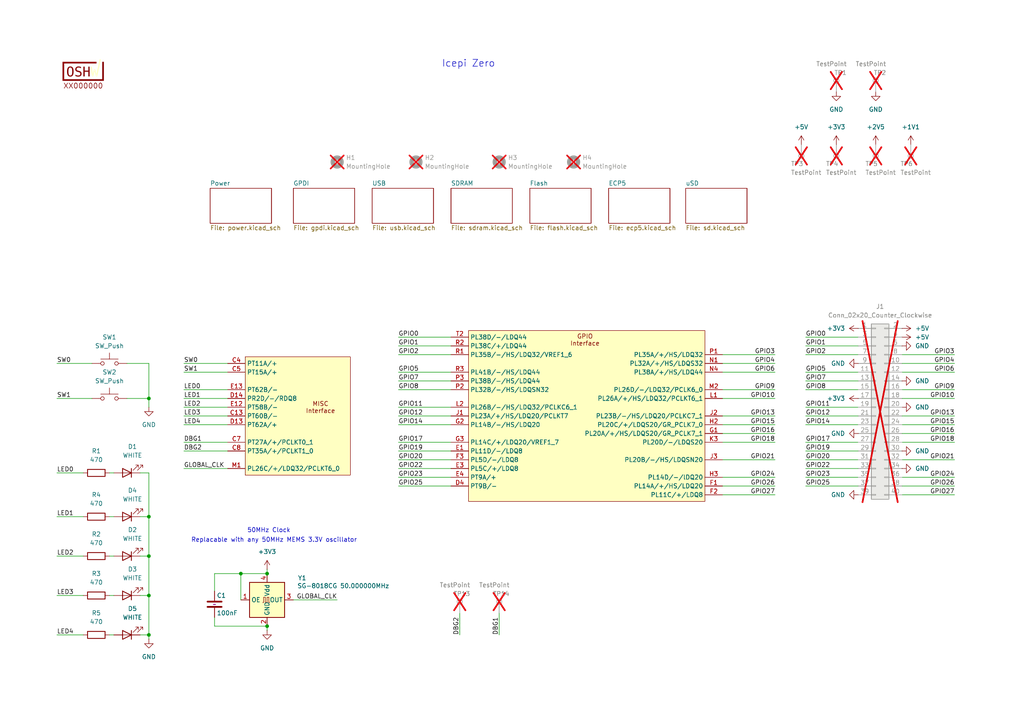
<source format=kicad_sch>
(kicad_sch (version 20250114) (generator "eeschema") (generator_version "9.0")
  (paper "A4")
  (title_block (title "Icepi zero") (date "2025-06-15") (rev "v1.2") (company "Chengyin Yao (cheyao)") (comment 1 "https://github.com/cheyao/icepi-zero") (comment 9 "OSHWA FR000026"))
  (text "Icepi Zero" (at 135.89 18.542 0) (effects (font (size 2 2))))
  (text "Replacable with any 50MHz MEMS 3.3V oscillator" (at 79.502 156.718 0) (effects (font (size 1.27 1.27))))
  (text "50MHz Clock" (at 77.978 153.924 0) (effects (font (size 1.27 1.27))))
  (junction (at 77.47 181.61))
  (junction (at 43.18 149.86))
  (junction (at 77.47 166.37))
  (junction (at 43.18 161.29))
  (junction (at 43.18 184.15))
  (junction (at 69.85 166.37))
  (junction (at 43.18 172.72))
  (junction (at 43.18 115.57))
  (wire (pts (xy 209.55 107.95) (xy 224.79 107.95)))
  (wire (pts (xy 233.68 102.87) (xy 248.92 102.87)))
  (wire (pts (xy 261.62 123.19) (xy 276.86 123.19)))
  (wire (pts (xy 36.83 115.57) (xy 43.18 115.57)))
  (wire (pts (xy 115.57 97.79) (xy 130.81 97.79)))
  (wire (pts (xy 53.34 115.57) (xy 66.04 115.57)))
  (wire (pts (xy 209.55 115.57) (xy 224.79 115.57)))
  (wire (pts (xy 53.34 113.03) (xy 66.04 113.03)))
  (wire (pts (xy 209.55 140.97) (xy 224.79 140.97)))
  (wire (pts (xy 209.55 102.87) (xy 224.79 102.87)))
  (wire (pts (xy 233.68 100.33) (xy 248.92 100.33)))
  (wire (pts (xy 36.83 105.41) (xy 43.18 105.41)))
  (wire (pts (xy 233.68 107.95) (xy 248.92 107.95)))
  (wire (pts (xy 233.68 97.79) (xy 248.92 97.79)))
  (wire (pts (xy 115.57 135.89) (xy 130.81 135.89)))
  (wire (pts (xy 53.34 120.65) (xy 66.04 120.65)))
  (wire (pts (xy 53.34 135.89) (xy 66.04 135.89)))
  (wire (pts (xy 233.68 138.43) (xy 248.92 138.43)))
  (wire (pts (xy 115.57 123.19) (xy 130.81 123.19)))
  (wire (pts (xy 69.85 173.99) (xy 69.85 166.37)))
  (wire (pts (xy 16.51 137.16) (xy 24.13 137.16)))
  (wire (pts (xy 209.55 128.27) (xy 224.79 128.27)))
  (wire (pts (xy 233.68 123.19) (xy 248.92 123.19)))
  (wire (pts (xy 261.62 102.87) (xy 276.86 102.87)))
  (wire (pts (xy 261.62 113.03) (xy 276.86 113.03)))
  (wire (pts (xy 261.62 140.97) (xy 276.86 140.97)))
  (wire (pts (xy 233.68 110.49) (xy 248.92 110.49)))
  (wire (pts (xy 43.18 185.42) (xy 43.18 184.15)))
  (wire (pts (xy 16.51 184.15) (xy 24.13 184.15)))
  (wire (pts (xy 261.62 138.43) (xy 276.86 138.43)))
  (wire (pts (xy 144.78 177.8) (xy 144.78 184.15)))
  (wire (pts (xy 115.57 120.65) (xy 130.81 120.65)))
  (wire (pts (xy 69.85 166.37) (xy 77.47 166.37)))
  (wire (pts (xy 62.23 166.37) (xy 69.85 166.37)))
  (wire (pts (xy 53.34 118.11) (xy 66.04 118.11)))
  (wire (pts (xy 43.18 149.86) (xy 40.64 149.86)))
  (wire (pts (xy 43.18 105.41) (xy 43.18 115.57)))
  (wire (pts (xy 85.09 173.99) (xy 97.79 173.99)))
  (wire (pts (xy 31.75 172.72) (xy 33.02 172.72)))
  (wire (pts (xy 115.57 113.03) (xy 130.81 113.03)))
  (wire (pts (xy 43.18 137.16) (xy 43.18 149.86)))
  (wire (pts (xy 77.47 165.1) (xy 77.47 166.37)))
  (wire (pts (xy 115.57 128.27) (xy 130.81 128.27)))
  (wire (pts (xy 233.68 120.65) (xy 248.92 120.65)))
  (wire (pts (xy 209.55 143.51) (xy 224.79 143.51)))
  (wire (pts (xy 16.51 105.41) (xy 26.67 105.41)))
  (wire (pts (xy 233.68 118.11) (xy 248.92 118.11)))
  (wire (pts (xy 53.34 130.81) (xy 66.04 130.81)))
  (wire (pts (xy 115.57 102.87) (xy 130.81 102.87)))
  (wire (pts (xy 261.62 128.27) (xy 276.86 128.27)))
  (wire (pts (xy 43.18 137.16) (xy 40.64 137.16)))
  (wire (pts (xy 209.55 133.35) (xy 224.79 133.35)))
  (wire (pts (xy 233.68 135.89) (xy 248.92 135.89)))
  (wire (pts (xy 209.55 113.03) (xy 224.79 113.03)))
  (wire (pts (xy 16.51 172.72) (xy 24.13 172.72)))
  (wire (pts (xy 115.57 110.49) (xy 130.81 110.49)))
  (wire (pts (xy 115.57 107.95) (xy 130.81 107.95)))
  (wire (pts (xy 233.68 130.81) (xy 248.92 130.81)))
  (wire (pts (xy 209.55 120.65) (xy 224.79 120.65)))
  (wire (pts (xy 261.62 105.41) (xy 276.86 105.41)))
  (wire (pts (xy 115.57 130.81) (xy 130.81 130.81)))
  (wire (pts (xy 261.62 107.95) (xy 276.86 107.95)))
  (wire (pts (xy 233.68 113.03) (xy 248.92 113.03)))
  (wire (pts (xy 133.35 177.8) (xy 133.35 184.15)))
  (wire (pts (xy 53.34 123.19) (xy 66.04 123.19)))
  (wire (pts (xy 233.68 133.35) (xy 248.92 133.35)))
  (wire (pts (xy 43.18 172.72) (xy 40.64 172.72)))
  (wire (pts (xy 115.57 118.11) (xy 130.81 118.11)))
  (wire (pts (xy 209.55 125.73) (xy 224.79 125.73)))
  (wire (pts (xy 31.75 137.16) (xy 33.02 137.16)))
  (wire (pts (xy 261.62 143.51) (xy 276.86 143.51)))
  (wire (pts (xy 53.34 128.27) (xy 66.04 128.27)))
  (wire (pts (xy 43.18 172.72) (xy 43.18 184.15)))
  (wire (pts (xy 16.51 161.29) (xy 24.13 161.29)))
  (wire (pts (xy 115.57 138.43) (xy 130.81 138.43)))
  (wire (pts (xy 31.75 161.29) (xy 33.02 161.29)))
  (wire (pts (xy 43.18 161.29) (xy 43.18 172.72)))
  (wire (pts (xy 233.68 140.97) (xy 248.92 140.97)))
  (wire (pts (xy 77.47 181.61) (xy 77.47 182.88)))
  (wire (pts (xy 62.23 179.07) (xy 62.23 181.61)))
  (wire (pts (xy 209.55 138.43) (xy 224.79 138.43)))
  (wire (pts (xy 43.18 161.29) (xy 40.64 161.29)))
  (wire (pts (xy 43.18 184.15) (xy 40.64 184.15)))
  (wire (pts (xy 62.23 181.61) (xy 77.47 181.61)))
  (wire (pts (xy 53.34 107.95) (xy 66.04 107.95)))
  (wire (pts (xy 43.18 115.57) (xy 43.18 118.11)))
  (wire (pts (xy 209.55 105.41) (xy 224.79 105.41)))
  (wire (pts (xy 209.55 123.19) (xy 224.79 123.19)))
  (wire (pts (xy 233.68 128.27) (xy 248.92 128.27)))
  (wire (pts (xy 62.23 171.45) (xy 62.23 166.37)))
  (wire (pts (xy 261.62 125.73) (xy 276.86 125.73)))
  (wire (pts (xy 115.57 140.97) (xy 130.81 140.97)))
  (wire (pts (xy 115.57 133.35) (xy 130.81 133.35)))
  (wire (pts (xy 31.75 149.86) (xy 33.02 149.86)))
  (wire (pts (xy 16.51 149.86) (xy 24.13 149.86)))
  (wire (pts (xy 261.62 115.57) (xy 276.86 115.57)))
  (wire (pts (xy 261.62 133.35) (xy 276.86 133.35)))
  (wire (pts (xy 261.62 120.65) (xy 276.86 120.65)))
  (wire (pts (xy 115.57 100.33) (xy 130.81 100.33)))
  (wire (pts (xy 31.75 184.15) (xy 33.02 184.15)))
  (wire (pts (xy 16.51 115.57) (xy 26.67 115.57)))
  (wire (pts (xy 53.34 105.41) (xy 66.04 105.41)))
  (wire (pts (xy 43.18 149.86) (xy 43.18 161.29)))
  (label "GPIO16" (at 224.79 125.73 180))
  (label "GPIO12" (at 233.68 120.65 0))
  (label "GPIO15" (at 224.79 123.19 180))
  (label "GPIO3" (at 276.86 102.87 180))
  (label "GPIO27" (at 276.86 143.51 180))
  (label "GPIO14" (at 233.68 123.19 0))
  (label "GPIO3" (at 224.79 102.87 180))
  (label "GPIO11" (at 115.57 118.11 0))
  (label "GPIO16" (at 276.86 125.73 180))
  (label "GPIO10" (at 224.79 115.57 180))
  (label "GLOBAL_CLK" (at 97.79 173.99 180))
  (label "GPIO7" (at 233.68 110.49 0))
  (label "GPIO9" (at 224.79 113.03 180))
  (label "GPIO9" (at 276.86 113.03 180))
  (label "GPIO5" (at 115.57 107.95 0))
  (label "GPIO24" (at 276.86 138.43 180))
  (label "GPIO6" (at 276.86 107.95 180))
  (label "GPIO10" (at 276.86 115.57 180))
  (label "GPIO26" (at 224.79 140.97 180))
  (label "GPIO8" (at 233.68 113.03 0))
  (label "LED3" (at 16.51 172.72 0))
  (label "GPIO1" (at 115.57 100.33 0))
  (label "LED4" (at 53.34 123.19 0))
  (label "GPIO14" (at 115.57 123.19 0))
  (label "GPIO20" (at 115.57 133.35 0))
  (label "GPIO4" (at 276.86 105.41 180))
  (label "LED2" (at 16.51 161.29 0))
  (label "GPIO0" (at 233.68 97.79 0))
  (label "DBG2" (at 133.35 184.15 90))
  (label "GPIO18" (at 224.79 128.27 180))
  (label "GPIO2" (at 233.68 102.87 0))
  (label "GPIO17" (at 233.68 128.27 0))
  (label "LED2" (at 53.34 118.11 0))
  (label "GPIO1" (at 233.68 100.33 0))
  (label "SW0" (at 16.51 105.41 0))
  (label "GPIO19" (at 115.57 130.81 0))
  (label "GPIO15" (at 276.86 123.19 180))
  (label "GPIO13" (at 224.79 120.65 180))
  (label "GPIO23" (at 233.68 138.43 0))
  (label "GPIO27" (at 224.79 143.51 180))
  (label "GPIO24" (at 224.79 138.43 180))
  (label "GPIO4" (at 224.79 105.41 180))
  (label "GPIO5" (at 233.68 107.95 0))
  (label "GPIO18" (at 276.86 128.27 180))
  (label "GPIO17" (at 115.57 128.27 0))
  (label "GPIO25" (at 233.68 140.97 0))
  (label "GPIO19" (at 233.68 130.81 0))
  (label "GPIO23" (at 115.57 138.43 0))
  (label "GPIO12" (at 115.57 120.65 0))
  (label "GPIO21" (at 276.86 133.35 180))
  (label "LED4" (at 16.51 184.15 0))
  (label "GPIO25" (at 115.57 140.97 0))
  (label "SW0" (at 53.34 105.41 0))
  (label "SW1" (at 16.51 115.57 0))
  (label "GPIO11" (at 233.68 118.11 0))
  (label "SW1" (at 53.34 107.95 0))
  (label "LED0" (at 16.51 137.16 0))
  (label "GLOBAL_CLK" (at 53.34 135.89 0))
  (label "GPIO20" (at 233.68 133.35 0))
  (label "GPIO21" (at 224.79 133.35 180))
  (label "DBG1" (at 53.34 128.27 0))
  (label "GPIO22" (at 115.57 135.89 0))
  (label "GPIO22" (at 233.68 135.89 0))
  (label "DBG2" (at 53.34 130.81 0))
  (label "LED1" (at 16.51 149.86 0))
  (label "LED3" (at 53.34 120.65 0))
  (label "GPIO8" (at 115.57 113.03 0))
  (label "GPIO6" (at 224.79 107.95 180))
  (label "DBG1" (at 144.78 184.15 90))
  (label "LED1" (at 53.34 115.57 0))
  (label "GPIO0" (at 115.57 97.79 0))
  (label "GPIO2" (at 115.57 102.87 0))
  (label "LED0" (at 53.34 113.03 0))
  (label "GPIO7" (at 115.57 110.49 0))
  (label "GPIO26" (at 276.86 140.97 180))
  (label "GPIO13" (at 276.86 120.65 180))
  (symbol (lib_id "Device:LED") (at 36.83 137.16 180) (unit 1)
    (property "Reference" "D1" (at 38.4175 129.54 0))
    (property "Value" "WHITE" (at 38.4175 132.08 0))
    (property "Footprint" "LED_SMD:LED_0603_1608Metric" (effects (hide yes)))
    (property "Description" "Light emitting diode" (effects (hide yes)))
    (property "Sim.Pins" "1=K 2=A" (effects (hide yes)))
    (property "LCSC Part #" "C2290" (effects (hide yes)))
  )
  (symbol (lib_id "Device:R") (at 27.94 161.29 90) (unit 1)
    (property "Reference" "R2" (at 27.94 154.94 90))
    (property "Value" "470" (at 27.94 157.48 90))
    (property "Footprint" "Resistor_SMD:R_0402_1005Metric" (effects (hide yes)))
    (property "Description" "Resistor" (effects (hide yes)))
    (property "LCSC Part #" "C25117" (effects (hide yes)))
  )
  (symbol (lib_id "power:GND") (at 248.92 105.41 270) (unit 1)
    (property "Reference" "#PWR015" (effects (hide yes)))
    (property "Value" "GND" (at 245.11 105.4099 90) (effects (justify right)))
    (property "Description" "Power symbol creates a global label with name \"GND\" , ground" (effects (hide yes)))
  )
  (symbol (lib_id "Device:R") (at 27.94 184.15 90) (unit 1)
    (property "Reference" "R5" (at 27.94 177.8 90))
    (property "Value" "470" (at 27.94 180.34 90))
    (property "Footprint" "Resistor_SMD:R_0402_1005Metric" (effects (hide yes)))
    (property "Description" "Resistor" (effects (hide yes)))
    (property "LCSC Part #" "C25117" (effects (hide yes)))
  )
  (symbol (lib_id "power:GND") (at 248.92 143.51 270) (unit 1)
    (property "Reference" "#PWR022" (effects (hide yes)))
    (property "Value" "GND" (at 245.11 143.5099 90) (effects (justify right)))
    (property "Description" "Power symbol creates a global label with name \"GND\" , ground" (effects (hide yes)))
  )
  (symbol (lib_id "Device:R") (at 27.94 137.16 90) (unit 1)
    (property "Reference" "R1" (at 27.94 130.81 90))
    (property "Value" "470" (at 27.94 133.35 90))
    (property "Footprint" "Resistor_SMD:R_0402_1005Metric" (effects (hide yes)))
    (property "Description" "Resistor" (effects (hide yes)))
    (property "LCSC Part #" "C25117" (effects (hide yes)))
  )
  (symbol (lib_id "power:GND") (at 43.18 185.42 0) (unit 1)
    (property "Reference" "#PWR023" (effects (hide yes)))
    (property "Value" "GND" (at 43.18 190.5 0))
    (property "Description" "Power symbol creates a global label with name \"GND\" , ground" (effects (hide yes)))
  )
  (symbol (lib_id "Device:LED") (at 36.83 161.29 180) (unit 1)
    (property "Reference" "D2" (at 38.4175 153.67 0))
    (property "Value" "WHITE" (at 38.4175 156.21 0))
    (property "Footprint" "LED_SMD:LED_0603_1608Metric" (effects (hide yes)))
    (property "Description" "Light emitting diode" (effects (hide yes)))
    (property "Sim.Pins" "1=K 2=A" (effects (hide yes)))
    (property "LCSC Part #" "C2290" (effects (hide yes)))
  )
  (symbol (lib_id "Connector:TestPoint") (at 144.78 177.8 0) (unit 1) (dnp yes)
    (property "Reference" "TP14" (at 147.828 172.212 0) (effects (justify right)))
    (property "Value" "TestPoint" (at 147.828 169.672 0) (effects (justify right)))
    (property "Footprint" "TestPoint:TestPoint_Pad_D1.0mm" (effects (hide yes)))
    (property "Description" "test point" (effects (hide yes)))
  )
  (symbol (lib_id "Mechanical:MountingHole") (at 120.65 46.99 0) (unit 1) (in_bom no) (dnp yes)
    (property "Reference" "H2" (at 123.19 45.7199 0) (effects (justify left)))
    (property "Value" "MountingHole" (at 123.19 48.2599 0) (effects (justify left)))
    (property "Footprint" "MountingHole:MountingHole_2.7mm_M2.5" (effects (hide yes)))
    (property "Description" "Mounting Hole without connection" (effects (hide yes)))
  )
  (symbol (lib_id "power:GND") (at 261.62 118.11 90) (unit 1)
    (property "Reference" "#PWR018" (effects (hide yes)))
    (property "Value" "GND" (at 265.43 118.1099 90) (effects (justify right)))
    (property "Description" "Power symbol creates a global label with name \"GND\" , ground" (effects (hide yes)))
  )
  (symbol (lib_id "power:GND") (at 248.92 125.73 270) (unit 1)
    (property "Reference" "#PWR019" (effects (hide yes)))
    (property "Value" "GND" (at 245.11 125.7299 90) (effects (justify right)))
    (property "Description" "Power symbol creates a global label with name \"GND\" , ground" (effects (hide yes)))
  )
  (symbol (lib_id "Oscillator:SiT8008xx-1x-xxE") (at 77.47 173.99 0) (unit 1)
    (property "Reference" "Y1" (at 87.63 167.64 0))
    (property "Value" "SG-8018CG 50.000000MHz" (at 99.568 169.926 0))
    (property "Footprint" "Oscillator:Oscillator_SMD_SiT_PQFN-4Pin_2.5x2.0mm" (effects (hide yes)))
    (property "Datasheet" "https://www.sitime.com/support/resource-library/datasheets/sit8008-datasheet" (effects (hide yes)))
    (property "Description" "SiTime Low Power Mems programmable oscillator, 1MHz to 110MHz, PQFN-4, 2.5x2.0mm (with output enable pin)" (effects (hide yes)))
    (property "LCSC Part #" "C390526" (effects (hide yes)))
  )
  (symbol (lib_id "Connector_Generic:Conn_02x20_Odd_Even") (at 254 118.11 0) (unit 1) (in_bom no) (dnp yes)
    (property "Reference" "J1" (at 255.27 88.9 0))
    (property "Value" "Conn_02x20_Counter_Clockwise" (at 255.27 91.44 0))
    (property "Footprint" "Connector_PinHeader_2.54mm:PinHeader_2x20_P2.54mm_Vertical" (effects (hide yes)))
    (property "Description" "Generic connector, double row, 02x20, odd/even pin numbering scheme (row 1 odd numbers, row 2 even numbers), script generated (kicad-library-utils/schlib/autogen/connector/)" (effects (hide yes)))
  )
  (symbol (lib_id "Connector:TestPoint") (at 133.35 177.8 0) (unit 1) (dnp yes)
    (property "Reference" "TP13" (at 136.398 172.212 0) (effects (justify right)))
    (property "Value" "TestPoint" (at 136.398 169.672 0) (effects (justify right)))
    (property "Footprint" "TestPoint:TestPoint_Pad_D1.0mm" (effects (hide yes)))
    (property "Description" "test point" (effects (hide yes)))
  )
  (symbol (lib_id "Mechanical:MountingHole") (at 166.37 46.99 0) (unit 1) (in_bom no) (dnp yes)
    (property "Reference" "H4" (at 168.91 45.7199 0) (effects (justify left)))
    (property "Value" "MountingHole" (at 168.91 48.2599 0) (effects (justify left)))
    (property "Footprint" "MountingHole:MountingHole_2.7mm_M2.5" (effects (hide yes)))
    (property "Description" "Mounting Hole without connection" (effects (hide yes)))
  )
  (symbol (lib_id "power:+5V") (at 261.62 97.79 270) (unit 1)
    (property "Reference" "#PWR013" (effects (hide yes)))
    (property "Value" "+5V" (at 265.43 97.7899 90) (effects (justify left)))
    (property "Description" "Power symbol creates a global label with name \"+5V\"" (effects (hide yes)))
  )
  (symbol (lib_id "power:+2V5") (at 254 41.91 0) (unit 1)
    (property "Reference" "#PWR07" (effects (hide yes)))
    (property "Value" "+2V5" (at 254 36.83 0))
    (property "Description" "Power symbol creates a global label with name \"+2V5\"" (effects (hide yes)))
  )
  (symbol (lib_id "Device:R") (at 27.94 149.86 90) (unit 1)
    (property "Reference" "R4" (at 27.94 143.51 90))
    (property "Value" "470" (at 27.94 146.05 90))
    (property "Footprint" "Resistor_SMD:R_0402_1005Metric" (effects (hide yes)))
    (property "Description" "Resistor" (effects (hide yes)))
    (property "LCSC Part #" "C25117" (effects (hide yes)))
  )
  (symbol (lib_id "Connector:TestPoint") (at 232.41 41.91 180) (unit 1) (dnp yes)
    (property "Reference" "TP3" (at 229.362 47.498 0) (effects (justify right)))
    (property "Value" "TestPoint" (at 229.362 50.038 0) (effects (justify right)))
    (property "Footprint" "TestPoint:TestPoint_Pad_D2.0mm" (effects (hide yes)))
    (property "Description" "test point" (effects (hide yes)))
  )
  (symbol (lib_id "Device:R") (at 27.94 172.72 90) (unit 1)
    (property "Reference" "R3" (at 27.94 166.37 90))
    (property "Value" "470" (at 27.94 168.91 90))
    (property "Footprint" "Resistor_SMD:R_0402_1005Metric" (effects (hide yes)))
    (property "Description" "Resistor" (effects (hide yes)))
    (property "LCSC Part #" "C25117" (effects (hide yes)))
  )
  (symbol (lib_id "power:+3V3") (at 248.92 95.25 90) (unit 1)
    (property "Reference" "#PWR011" (effects (hide yes)))
    (property "Value" "+3V3" (at 245.11 95.2499 90) (effects (justify left)))
    (property "Description" "Power symbol creates a global label with name \"+3V3\"" (effects (hide yes)))
  )
  (symbol (lib_id "icepi-lib:LFE5U-25F-6BG256x") (at 170.18 119.38 0) (unit 8)
    (property "Reference" "U1" (effects (hide yes)))
    (property "Value" "ECP5-CABGA256" (at 178.6733 223.52 0) (effects (justify left)))
    (property "Footprint" "Package_BGA:BGA-256_14.0x14.0mm_Layout16x16_P0.8mm_Ball0.45mm_Pad0.32mm_NSMD" (effects (hide yes)))
    (property "Description" "ECP5 FPGA, 24K LUTs, 1.2V, BGA-256" (effects (hide yes)))
  )
  (symbol (lib_id "power:GND") (at 261.62 135.89 90) (unit 1)
    (property "Reference" "#PWR021" (effects (hide yes)))
    (property "Value" "GND" (at 265.43 135.8899 90) (effects (justify right)))
    (property "Description" "Power symbol creates a global label with name \"GND\" , ground" (effects (hide yes)))
  )
  (symbol (lib_id "Mechanical:MountingHole") (at 144.78 46.99 0) (unit 1) (in_bom no) (dnp yes)
    (property "Reference" "H3" (at 147.32 45.7199 0) (effects (justify left)))
    (property "Value" "MountingHole" (at 147.32 48.2599 0) (effects (justify left)))
    (property "Footprint" "MountingHole:MountingHole_2.7mm_M2.5" (effects (hide yes)))
    (property "Description" "Mounting Hole without connection" (effects (hide yes)))
  )
  (symbol (lib_id "oshw:OSHW_Certification_Mark_Stacked_Medium") (at 24.13 20.32 0) (unit 1) (in_bom no)
    (property "Reference" "LOGO1" (effects (hide yes)))
    (property "Footprint" "oshw:OSHW-Certification-Mark-Logo_6x3mm_SilkScreen" (effects (hide yes)))
    (property "Description" "OSHW Certification Mark, Stacked" (effects (hide yes)))
  )
  (symbol (lib_id "Mechanical:MountingHole") (at 97.79 46.99 0) (unit 1) (in_bom no) (dnp yes)
    (property "Reference" "H1" (at 100.33 45.7199 0) (effects (justify left)))
    (property "Value" "MountingHole" (at 100.33 48.2599 0) (effects (justify left)))
    (property "Footprint" "MountingHole:MountingHole_2.7mm_M2.5" (effects (hide yes)))
    (property "Description" "Mounting Hole without connection" (effects (hide yes)))
  )
  (symbol (lib_id "Device:LED") (at 36.83 172.72 180) (unit 1)
    (property "Reference" "D3" (at 38.4175 165.1 0))
    (property "Value" "WHITE" (at 38.4175 167.64 0))
    (property "Footprint" "LED_SMD:LED_0603_1608Metric" (effects (hide yes)))
    (property "Description" "Light emitting diode" (effects (hide yes)))
    (property "Sim.Pins" "1=K 2=A" (effects (hide yes)))
    (property "LCSC Part #" "C2290" (effects (hide yes)))
  )
  (symbol (lib_id "power:GND") (at 77.47 182.88 0) (unit 1)
    (property "Reference" "#PWR04" (effects (hide yes)))
    (property "Value" "GND" (at 77.47 187.96 0))
    (property "Description" "Power symbol creates a global label with name \"GND\" , ground" (effects (hide yes)))
  )
  (symbol (lib_id "Connector:TestPoint") (at 264.16 41.91 180) (unit 1) (dnp yes)
    (property "Reference" "TP6" (at 261.112 47.498 0) (effects (justify right)))
    (property "Value" "TestPoint" (at 261.112 50.038 0) (effects (justify right)))
    (property "Footprint" "TestPoint:TestPoint_Pad_D2.0mm" (effects (hide yes)))
    (property "Description" "test point" (effects (hide yes)))
  )
  (symbol (lib_id "power:+1V1") (at 264.16 41.91 0) (unit 1)
    (property "Reference" "#PWR08" (effects (hide yes)))
    (property "Value" "+1V1" (at 264.16 36.83 0))
    (property "Description" "Power symbol creates a global label with name \"+1V1\"" (effects (hide yes)))
  )
  (symbol (lib_id "Connector:TestPoint") (at 254 26.67 0) (unit 1) (dnp yes)
    (property "Reference" "TP2" (at 257.048 21.082 0) (effects (justify right)))
    (property "Value" "TestPoint" (at 257.048 18.542 0) (effects (justify right)))
    (property "Footprint" "TestPoint:TestPoint_Pad_D2.0mm" (effects (hide yes)))
    (property "Description" "test point" (effects (hide yes)))
  )
  (symbol (lib_id "Switch:SW_Push") (at 31.75 115.57 0) (unit 1)
    (property "Reference" "SW2" (at 31.75 107.95 0))
    (property "Value" "SW_Push" (at 31.75 110.49 0))
    (property "Footprint" "icepi-lib:switch_button_TS-1088-AR02016" (effects (hide yes)))
    (property "Description" "Push button switch, generic, two pins" (effects (hide yes)))
    (property "LCSC Part #" "C720477" (effects (hide yes)))
  )
  (symbol (lib_id "power:GND") (at 43.18 118.11 0) (unit 1)
    (property "Reference" "#PWR024" (effects (hide yes)))
    (property "Value" "GND" (at 43.18 123.19 0))
    (property "Description" "Power symbol creates a global label with name \"GND\" , ground" (effects (hide yes)))
  )
  (symbol (lib_id "power:+3V3") (at 77.47 165.1 0) (unit 1)
    (property "Reference" "#PWR01" (effects (hide yes)))
    (property "Value" "+3V3" (at 77.47 160.02 0))
    (property "Description" "Power symbol creates a global label with name \"+3V3\"" (effects (hide yes)))
  )
  (symbol (lib_id "Connector:TestPoint") (at 242.57 26.67 0) (unit 1) (dnp yes)
    (property "Reference" "TP1" (at 245.618 21.082 0) (effects (justify right)))
    (property "Value" "TestPoint" (at 245.618 18.542 0) (effects (justify right)))
    (property "Footprint" "TestPoint:TestPoint_Pad_D2.0mm" (effects (hide yes)))
    (property "Description" "test point" (effects (hide yes)))
  )
  (symbol (lib_id "icepi-lib:LFE5U-25F-6BG256x") (at 86.36 120.65 0) (unit 9)
    (property "Reference" "U1" (effects (hide yes)))
    (property "Value" "ECP5-CABGA256" (at 94.8533 224.79 0) (effects (justify left)))
    (property "Footprint" "Package_BGA:BGA-256_14.0x14.0mm_Layout16x16_P0.8mm_Ball0.45mm_Pad0.32mm_NSMD" (effects (hide yes)))
    (property "Description" "ECP5 FPGA, 24K LUTs, 1.2V, BGA-256" (effects (hide yes)))
  )
  (symbol (lib_id "Connector:TestPoint") (at 254 41.91 180) (unit 1) (dnp yes)
    (property "Reference" "TP5" (at 250.952 47.498 0) (effects (justify right)))
    (property "Value" "TestPoint" (at 250.952 50.038 0) (effects (justify right)))
    (property "Footprint" "TestPoint:TestPoint_Pad_D2.0mm" (effects (hide yes)))
    (property "Description" "test point" (effects (hide yes)))
  )
  (symbol (lib_id "Device:LED") (at 36.83 149.86 180) (unit 1)
    (property "Reference" "D4" (at 38.4175 142.24 0))
    (property "Value" "WHITE" (at 38.4175 144.78 0))
    (property "Footprint" "LED_SMD:LED_0603_1608Metric" (effects (hide yes)))
    (property "Description" "Light emitting diode" (effects (hide yes)))
    (property "Sim.Pins" "1=K 2=A" (effects (hide yes)))
    (property "LCSC Part #" "C2290" (effects (hide yes)))
  )
  (symbol (lib_id "Device:LED") (at 36.83 184.15 180) (unit 1)
    (property "Reference" "D5" (at 38.4175 176.53 0))
    (property "Value" "WHITE" (at 38.4175 179.07 0))
    (property "Footprint" "LED_SMD:LED_0603_1608Metric" (effects (hide yes)))
    (property "Description" "Light emitting diode" (effects (hide yes)))
    (property "Sim.Pins" "1=K 2=A" (effects (hide yes)))
    (property "LCSC Part #" "C2290" (effects (hide yes)))
  )
  (symbol (lib_id "power:+5V") (at 261.62 95.25 270) (unit 1)
    (property "Reference" "#PWR012" (effects (hide yes)))
    (property "Value" "+5V" (at 265.43 95.2499 90) (effects (justify left)))
    (property "Description" "Power symbol creates a global label with name \"+5V\"" (effects (hide yes)))
  )
  (symbol (lib_id "Connector:TestPoint") (at 242.57 41.91 180) (unit 1) (dnp yes)
    (property "Reference" "TP4" (at 239.522 47.498 0) (effects (justify right)))
    (property "Value" "TestPoint" (at 239.522 50.038 0) (effects (justify right)))
    (property "Footprint" "TestPoint:TestPoint_Pad_D2.0mm" (effects (hide yes)))
    (property "Description" "test point" (effects (hide yes)))
  )
  (symbol (lib_id "Device:C") (at 62.23 175.26 0) (unit 1)
    (property "Reference" "C1" (at 62.865 172.72 0) (effects (justify left)))
    (property "Value" "100nF" (at 62.865 177.8 0) (effects (justify left)))
    (property "Footprint" "Capacitor_SMD:C_0402_1005Metric" (effects (hide yes)))
    (property "Datasheet" "~" (at 62.23 175.26 0))
    (property "Description" "Unpolarized capacitor" (effects (hide yes)))
    (property "LCSC Part #" "C307331 " (effects (hide yes)))
  )
  (symbol (lib_id "power:+3V3") (at 242.57 41.91 0) (unit 1)
    (property "Reference" "#PWR06" (effects (hide yes)))
    (property "Value" "+3V3" (at 242.57 36.83 0))
    (property "Description" "Power symbol creates a global label with name \"+3V3\"" (effects (hide yes)))
  )
  (symbol (lib_id "power:GND") (at 242.57 26.67 0) (unit 1)
    (property "Reference" "#PWR02" (effects (hide yes)))
    (property "Value" "GND" (at 242.57 31.75 0))
    (property "Description" "Power symbol creates a global label with name \"GND\" , ground" (effects (hide yes)))
  )
  (symbol (lib_id "power:GND") (at 261.62 100.33 90) (unit 1)
    (property "Reference" "#PWR014" (effects (hide yes)))
    (property "Value" "GND" (at 265.43 100.3299 90) (effects (justify right)))
    (property "Description" "Power symbol creates a global label with name \"GND\" , ground" (effects (hide yes)))
  )
  (symbol (lib_id "power:GND") (at 261.62 130.81 90) (unit 1)
    (property "Reference" "#PWR020" (effects (hide yes)))
    (property "Value" "GND" (at 265.43 130.8099 90) (effects (justify right)))
    (property "Description" "Power symbol creates a global label with name \"GND\" , ground" (effects (hide yes)))
  )
  (symbol (lib_id "Switch:SW_Push") (at 31.75 105.41 0) (unit 1)
    (property "Reference" "SW1" (at 31.75 97.79 0))
    (property "Value" "SW_Push" (at 31.75 100.33 0))
    (property "Footprint" "icepi-lib:switch_button_TS-1088-AR02016" (effects (hide yes)))
    (property "Description" "Push button switch, generic, two pins" (effects (hide yes)))
    (property "LCSC Part #" "C720477" (effects (hide yes)))
  )
  (symbol (lib_id "power:GND") (at 254 26.67 0) (unit 1)
    (property "Reference" "#PWR03" (effects (hide yes)))
    (property "Value" "GND" (at 254 31.75 0))
    (property "Description" "Power symbol creates a global label with name \"GND\" , ground" (effects (hide yes)))
  )
  (symbol (lib_id "power:+3V3") (at 248.92 115.57 90) (unit 1)
    (property "Reference" "#PWR017" (effects (hide yes)))
    (property "Value" "+3V3" (at 245.11 115.5699 90) (effects (justify left)))
    (property "Description" "Power symbol creates a global label with name \"+3V3\"" (effects (hide yes)))
  )
  (symbol (lib_id "power:+5V") (at 232.41 41.91 0) (unit 1)
    (property "Reference" "#PWR05" (effects (hide yes)))
    (property "Value" "+5V" (at 232.41 36.83 0))
    (property "Description" "Power symbol creates a global label with name \"+5V\"" (effects (hide yes)))
  )
  (symbol (lib_id "power:GND") (at 261.62 110.49 90) (unit 1)
    (property "Reference" "#PWR016" (effects (hide yes)))
    (property "Value" "GND" (at 265.43 110.4899 90) (effects (justify right)))
    (property "Description" "Power symbol creates a global label with name \"GND\" , ground" (effects (hide yes)))
  )
  (sheet (at 176.53 54.61) (size 17.78 10.16) (stroke (width 0.1524))
    (property "Sheetname" "ECP5" (at 176.53 53.8984 0) (effects (justify left bottom)))
    (property "Sheetfile" "ecp5.kicad_sch" (at 176.53 65.3546 0) (effects (justify left top)))
  )
  (sheet (at 130.81 54.61) (size 17.78 10.16) (stroke (width 0.1524))
    (property "Sheetname" "SDRAM" (at 130.81 53.8984 0) (effects (justify left bottom)))
    (property "Sheetfile" "sdram.kicad_sch" (at 130.81 65.3546 0) (effects (justify left top)))
  )
  (sheet (at 60.96 54.61) (size 17.78 10.16) (stroke (width 0.1524))
    (property "Sheetname" "Power" (at 60.96 53.8984 0) (effects (justify left bottom)))
    (property "Sheetfile" "power.kicad_sch" (at 60.96 65.3546 0) (effects (justify left top)))
  )
  (sheet (at 107.95 54.61) (size 17.78 10.16) (stroke (width 0.1524))
    (property "Sheetname" "USB" (at 107.95 53.8984 0) (effects (justify left bottom)))
    (property "Sheetfile" "usb.kicad_sch" (at 107.95 65.3546 0) (effects (justify left top)))
  )
  (sheet (at 198.882 54.61) (size 17.78 10.16) (stroke (width 0.1524))
    (property "Sheetname" "uSD" (at 198.882 53.8984 0) (effects (justify left bottom)))
    (property "Sheetfile" "sd.kicad_sch" (at 198.882 65.3546 0) (effects (justify left top)))
  )
  (sheet (at 153.67 54.61) (size 17.78 10.16) (stroke (width 0.1524))
    (property "Sheetname" "Flash" (at 153.67 53.8984 0) (effects (justify left bottom)))
    (property "Sheetfile" "flash.kicad_sch" (at 153.67 65.3546 0) (effects (justify left top)))
  )
  (sheet (at 85.09 54.61) (size 17.78 10.16) (stroke (width 0.1524))
    (property "Sheetname" "GPDI" (at 85.09 53.8984 0) (effects (justify left bottom)))
    (property "Sheetfile" "gpdi.kicad_sch" (at 85.09 65.3546 0) (effects (justify left top)))
  )
)
</source>
